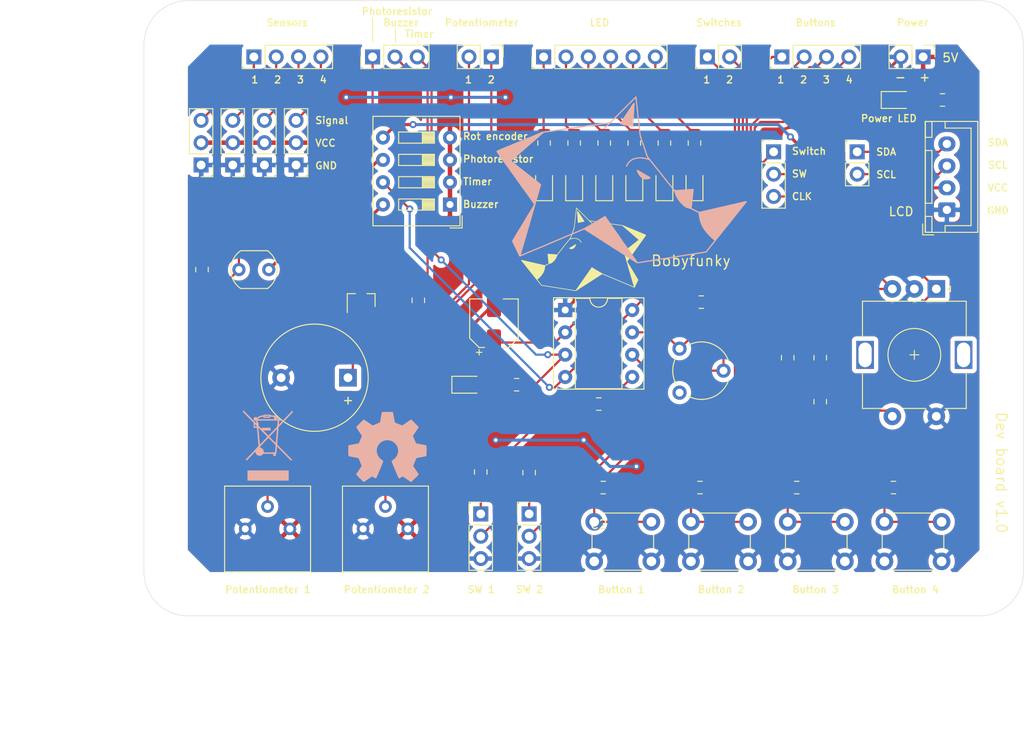
<source format=kicad_pcb>
(kicad_pcb (version 20171130) (host pcbnew "(5.1.6)-1")
  (title_block (title "Dev board") (date 2020-09-14) (rev 1.0) (company Beeware))
  (layers (0 F.Cu signal) (31 B.Cu signal) (34 B.Paste user hide) (35 F.Paste user hide) (36 B.SilkS user) (37 F.SilkS user) (38 B.Mask user) (39 F.Mask user) (44 Edge.Cuts user))
  (net 0 "")
  (net 1 "Net-(BZ1-Pad1)")
  (net 2 GND)
  (net 3 "Net-(C1-Pad1)")
  (net 4 "Net-(D1-Pad2)")
  (net 5 "Net-(D2-Pad2)")
  (net 6 "Net-(D3-Pad2)")
  (net 7 "Net-(D4-Pad2)")
  (net 8 "Net-(D5-Pad2)")
  (net 9 "Net-(D6-Pad2)")
  (net 10 "Net-(D7-Pad2)")
  (net 11 "Net-(D8-Pad2)")
  (net 12 /lcd)
  (net 13 "Net-(J2-Pad3)")
  (net 14 "Net-(J2-Pad4)")
  (net 15 VCC)
  (net 16 "Net-(J4-Pad1)")
  (net 17 "Net-(J4-Pad2)")
  (net 18 "Net-(J6-Pad1)")
  (net 19 "Net-(J6-Pad2)")
  (net 20 "Net-(J11-Pad3)")
  (net 21 "Net-(J10-Pad3)")
  (net 22 "Net-(J7-Pad2)")
  (net 23 "Net-(J7-Pad1)")
  (net 24 "Net-(J13-Pad1)")
  (net 25 "Net-(J13-Pad2)")
  (net 26 "Net-(J13-Pad3)")
  (net 27 "Net-(J13-Pad4)")
  (net 28 "Net-(J15-Pad3)")
  (net 29 "Net-(J15-Pad2)")
  (net 30 "Net-(J15-Pad1)")
  (net 31 "Net-(J16-Pad1)")
  (net 32 "Net-(J16-Pad2)")
  (net 33 "Net-(J16-Pad3)")
  (net 34 "Net-(J16-Pad4)")
  (net 35 "Net-(J16-Pad5)")
  (net 36 "Net-(J16-Pad6)")
  (net 37 "Net-(Q1-Pad2)")
  (net 38 /buzzer)
  (net 39 "Net-(R3-Pad2)")
  (net 40 "Net-(R4-Pad2)")
  (net 41 /light_sensor)
  (net 42 "Net-(R12-Pad1)")
  (net 43 /timer)
  (net 44 "Net-(RV3-Pad1)")
  (net 45 "Net-(C2-Pad1)")
  (net 46 /timer_pin)
  (net 47 /light_sensor_pin)
  (net 48 "Net-(J1-Pad2)")
  (module MountingHole:MountingHole_3mm (layer F.Cu) (at 196 54)
    (fp_text reference REF** hide)
    (fp_text value MountingHole_3mm)
    (pad 1 np_thru_hole circle (at 0 0) (size 3 3) (drill 3) (layers *.Cu *.Mask))
  )
  (module MountingHole:MountingHole_3mm (layer F.Cu) (at 196 116)
    (fp_text reference REF** hide)
    (fp_text value MountingHole_3mm)
    (pad 1 np_thru_hole circle (at 0 0) (size 3 3) (drill 3) (layers *.Cu *.Mask))
  )
  (module MountingHole:MountingHole_3mm (layer F.Cu) (at 104 116)
    (fp_text reference REF** hide)
    (fp_text value MountingHole_3mm)
    (pad 1 np_thru_hole circle (at 0 0) (size 3 3) (drill 3) (layers *.Cu *.Mask))
  )
  (module MountingHole:MountingHole_3mm (layer F.Cu) (at 104 54)
    (fp_text reference REF** hide)
    (fp_text value MountingHole_3mm)
    (pad 1 np_thru_hole circle (at 0 0) (size 3 3) (drill 3) (layers *.Cu *.Mask))
  )
  (module Logo:logo_15mm (layer F.Cu) (at 150 78.3)
    (fp_text reference G*** hide)
    (fp_text value LOGO hide)
  )
  (module Logo:logo_30mm (layer B.Cu) (at 154.3 70.4 180)
    (fp_text reference G*** hide)
    (fp_text value LOGO hide)
  )
  (module Symbol:OSHW-Symbol_8.9x8mm_SilkScreen (layer B.Cu) (at 127.7 100.8 180)
    (fp_text reference REF** hide)
    (fp_text value OSHW-Symbol_8.9x8mm_SilkScreen hide)
  )
  (module Symbol:WEEE-Logo_5.6x8mm_SilkScreen (layer B.Cu) (at 114.1 100.6 180)
    (fp_text reference REF** hide)
    (fp_text value WEEE-Logo_5.6x8mm_SilkScreen hide)
  )
  (module Connector_PinHeader_2.54mm:PinHeader_1x03_P2.54mm_Vertical (layer F.Cu) (at 126 56.4 90)
    (fp_text reference J1 hide)
    (fp_text value Conn_01x03_Male)
    (pad 1 thru_hole rect (at 0 0 90) (size 1.7 1.7) (drill 1) (layers *.Cu *.Mask) (net 47 /light_sensor_pin))
    (pad 2 thru_hole oval (at 0 2.54 90) (size 1.7 1.7) (drill 1) (layers *.Cu *.Mask) (net 48 "Net-(J1-Pad2)"))
    (pad 3 thru_hole oval (at 0 5.08 90) (size 1.7 1.7) (drill 1) (layers *.Cu *.Mask) (net 46 /timer_pin))
  )
  (module Capacitor_SMD:C_0805_2012Metric_Pad1.15x1.40mm_HandSolder (layer F.Cu) (at 151.725 95.9 180)
    (fp_text reference C2 (at 0.025 -13.7) (layer F.SilkS))
    (fp_text value C)
    (pad 2 smd roundrect (at 1.025 0 180) (size 1.15 1.4) (layers F.Cu F.Paste F.Mask) (roundrect_rratio 0.217391) (net 2 GND))
    (pad 1 smd roundrect (at -1.025 0 180) (size 1.15 1.4) (layers F.Cu F.Paste F.Mask) (roundrect_rratio 0.217391) (net 45 "Net-(C2-Pad1)"))
  )
  (module Connector_JST:JST_XH_B4B-XH-A_1x04_P2.50mm_Vertical (layer F.Cu) (at 191.3 73.8 90)
    (fp_text reference J2 hide)
    (fp_text value Conn_01x04_Male)
    (pad 4 thru_hole oval (at 7.5 0 90) (size 1.7 1.95) (drill 0.95) (layers *.Cu *.Mask) (net 14 "Net-(J2-Pad4)"))
    (pad 3 thru_hole oval (at 5 0 90) (size 1.7 1.95) (drill 0.95) (layers *.Cu *.Mask) (net 13 "Net-(J2-Pad3)"))
    (pad 2 thru_hole oval (at 2.5 0 90) (size 1.7 1.95) (drill 0.95) (layers *.Cu *.Mask) (net 12 /lcd))
    (pad 1 thru_hole roundrect (at 0 0 90) (size 1.7 1.95) (drill 0.95) (layers *.Cu *.Mask) (roundrect_rratio 0.147059) (net 2 GND))
  )
  (module Buzzer_Beeper:Buzzer_12x9.5RM7.6 (layer F.Cu) (at 123.2 92.9 180)
    (fp_text reference BZ1 hide)
    (fp_text value Buzzer)
    (fp_text user + (at -0.01 -2.54) (layer F.SilkS))
    (pad 1 thru_hole rect (at 0 0 180) (size 2 2) (drill 1) (layers *.Cu *.Mask) (net 1 "Net-(BZ1-Pad1)"))
    (pad 2 thru_hole circle (at 7.6 0 180) (size 2 2) (drill 1) (layers *.Cu *.Mask) (net 2 GND))
  )
  (module Capacitor_SMD:CP_Elec_5x5.3 (layer F.Cu) (at 139.8 86.7 90)
    (fp_text reference C1 hide)
    (fp_text value CP)
    (pad 1 smd roundrect (at -2.2 0 90) (size 3 1.6) (layers F.Cu F.Paste F.Mask) (roundrect_rratio 0.15625) (net 3 "Net-(C1-Pad1)"))
    (pad 2 smd roundrect (at 2.2 0 90) (size 3 1.6) (layers F.Cu F.Paste F.Mask) (roundrect_rratio 0.15625) (net 2 GND))
  )
  (module LED_SMD:LED_0805_2012Metric_Pad1.15x1.40mm_HandSolder (layer F.Cu) (at 185.7 61.3)
    (fp_text reference D1 hide)
    (fp_text value LED)
    (pad 2 smd roundrect (at 1.025 0) (size 1.15 1.4) (layers F.Cu F.Paste F.Mask) (roundrect_rratio 0.217391) (net 4 "Net-(D1-Pad2)"))
    (pad 1 smd roundrect (at -1.025 0) (size 1.15 1.4) (layers F.Cu F.Paste F.Mask) (roundrect_rratio 0.217391) (net 2 GND))
  )
  (module LED_SMD:LED_0805_2012Metric_Pad1.15x1.40mm_HandSolder (layer F.Cu) (at 136.875 93.7)
    (fp_text reference D2 hide)
    (fp_text value LED)
    (pad 1 smd roundrect (at -1.025 0) (size 1.15 1.4) (layers F.Cu F.Paste F.Mask) (roundrect_rratio 0.217391) (net 2 GND))
    (pad 2 smd roundrect (at 1.025 0) (size 1.15 1.4) (layers F.Cu F.Paste F.Mask) (roundrect_rratio 0.217391) (net 5 "Net-(D2-Pad2)"))
  )
  (module LED_SMD:LED_0805_2012Metric_Pad1.15x1.40mm_HandSolder (layer F.Cu) (at 145.5 70.9 90)
    (fp_text reference D3 hide)
    (fp_text value LED)
    (pad 1 smd roundrect (at -1.025 0 90) (size 1.15 1.4) (layers F.Cu F.Paste F.Mask) (roundrect_rratio 0.217391) (net 2 GND))
    (pad 2 smd roundrect (at 1.025 0 90) (size 1.15 1.4) (layers F.Cu F.Paste F.Mask) (roundrect_rratio 0.217391) (net 6 "Net-(D3-Pad2)"))
  )
  (module LED_SMD:LED_0805_2012Metric_Pad1.15x1.40mm_HandSolder (layer F.Cu) (at 148.92 70.9 90)
    (fp_text reference D4 hide)
    (fp_text value LED)
    (pad 1 smd roundrect (at -1.025 0 90) (size 1.15 1.4) (layers F.Cu F.Paste F.Mask) (roundrect_rratio 0.217391) (net 2 GND))
    (pad 2 smd roundrect (at 1.025 0 90) (size 1.15 1.4) (layers F.Cu F.Paste F.Mask) (roundrect_rratio 0.217391) (net 7 "Net-(D4-Pad2)"))
  )
  (module LED_SMD:LED_0805_2012Metric_Pad1.15x1.40mm_HandSolder (layer F.Cu) (at 152.34 70.9 90)
    (fp_text reference D5 hide)
    (fp_text value LED)
    (pad 2 smd roundrect (at 1.025 0 90) (size 1.15 1.4) (layers F.Cu F.Paste F.Mask) (roundrect_rratio 0.217391) (net 8 "Net-(D5-Pad2)"))
    (pad 1 smd roundrect (at -1.025 0 90) (size 1.15 1.4) (layers F.Cu F.Paste F.Mask) (roundrect_rratio 0.217391) (net 2 GND))
  )
  (module LED_SMD:LED_0805_2012Metric_Pad1.15x1.40mm_HandSolder (layer F.Cu) (at 155.76 70.9 90)
    (fp_text reference D6 hide)
    (fp_text value LED)
    (pad 2 smd roundrect (at 1.025 0 90) (size 1.15 1.4) (layers F.Cu F.Paste F.Mask) (roundrect_rratio 0.217391) (net 9 "Net-(D6-Pad2)"))
    (pad 1 smd roundrect (at -1.025 0 90) (size 1.15 1.4) (layers F.Cu F.Paste F.Mask) (roundrect_rratio 0.217391) (net 2 GND))
  )
  (module LED_SMD:LED_0805_2012Metric_Pad1.15x1.40mm_HandSolder (layer F.Cu) (at 159.18 70.9 90)
    (fp_text reference D7 hide)
    (fp_text value LED)
    (pad 2 smd roundrect (at 1.025 0 90) (size 1.15 1.4) (layers F.Cu F.Paste F.Mask) (roundrect_rratio 0.217391) (net 10 "Net-(D7-Pad2)"))
    (pad 1 smd roundrect (at -1.025 0 90) (size 1.15 1.4) (layers F.Cu F.Paste F.Mask) (roundrect_rratio 0.217391) (net 2 GND))
  )
  (module LED_SMD:LED_0805_2012Metric_Pad1.15x1.40mm_HandSolder (layer F.Cu) (at 162.6 70.9 90)
    (fp_text reference D8 hide)
    (fp_text value LED)
    (pad 1 smd roundrect (at -1.025 0 90) (size 1.15 1.4) (layers F.Cu F.Paste F.Mask) (roundrect_rratio 0.217391) (net 2 GND))
    (pad 2 smd roundrect (at 1.025 0 90) (size 1.15 1.4) (layers F.Cu F.Paste F.Mask) (roundrect_rratio 0.217391) (net 11 "Net-(D8-Pad2)"))
  )
  (module Connector_PinHeader_2.54mm:PinHeader_1x02_P2.54mm_Vertical (layer F.Cu) (at 188.6 56.4 270)
    (fp_text reference J3 hide)
    (fp_text value Conn_01x02_Male)
    (pad 1 thru_hole rect (at 0 0 270) (size 1.7 1.7) (drill 1) (layers *.Cu *.Mask) (net 15 VCC))
    (pad 2 thru_hole oval (at 0 2.54 270) (size 1.7 1.7) (drill 1) (layers *.Cu *.Mask) (net 2 GND))
  )
  (module Connector_PinHeader_2.54mm:PinHeader_1x02_P2.54mm_Vertical (layer F.Cu) (at 139.5 56.4 270)
    (fp_text reference J4 hide)
    (fp_text value Conn_01x02_Male)
    (pad 2 thru_hole oval (at 0 2.54 270) (size 1.7 1.7) (drill 1) (layers *.Cu *.Mask) (net 17 "Net-(J4-Pad2)"))
    (pad 1 thru_hole rect (at 0 0 270) (size 1.7 1.7) (drill 1) (layers *.Cu *.Mask) (net 16 "Net-(J4-Pad1)"))
  )
  (module Connector_PinHeader_2.54mm:PinHeader_1x02_P2.54mm_Vertical (layer F.Cu) (at 181.1 67.2)
    (fp_text reference J5 hide)
    (fp_text value Conn_01x02_Male)
    (pad 2 thru_hole oval (at 0 2.54) (size 1.7 1.7) (drill 1) (layers *.Cu *.Mask) (net 13 "Net-(J2-Pad3)"))
    (pad 1 thru_hole rect (at 0 0) (size 1.7 1.7) (drill 1) (layers *.Cu *.Mask) (net 14 "Net-(J2-Pad4)"))
  )
  (module Connector_PinHeader_2.54mm:PinHeader_1x02_P2.54mm_Vertical (layer F.Cu) (at 164.066664 56.4 90)
    (fp_text reference J6 hide)
    (fp_text value Conn_01x02_Male)
    (pad 2 thru_hole oval (at 0 2.54 90) (size 1.7 1.7) (drill 1) (layers *.Cu *.Mask) (net 19 "Net-(J6-Pad2)"))
    (pad 1 thru_hole rect (at 0 0 90) (size 1.7 1.7) (drill 1) (layers *.Cu *.Mask) (net 18 "Net-(J6-Pad1)"))
  )
  (module Connector_PinHeader_2.54mm:PinHeader_1x04_P2.54mm_Vertical (layer F.Cu) (at 112.5 56.4 90)
    (fp_text reference J7 hide)
    (fp_text value Conn_01x04_Male)
    (pad 1 thru_hole rect (at 0 0 90) (size 1.7 1.7) (drill 1) (layers *.Cu *.Mask) (net 23 "Net-(J7-Pad1)"))
    (pad 2 thru_hole oval (at 0 2.54 90) (size 1.7 1.7) (drill 1) (layers *.Cu *.Mask) (net 22 "Net-(J7-Pad2)"))
    (pad 3 thru_hole oval (at 0 5.08 90) (size 1.7 1.7) (drill 1) (layers *.Cu *.Mask) (net 21 "Net-(J10-Pad3)"))
    (pad 4 thru_hole oval (at 0 7.62 90) (size 1.7 1.7) (drill 1) (layers *.Cu *.Mask) (net 20 "Net-(J11-Pad3)"))
  )
  (module Connector_PinHeader_2.54mm:PinHeader_1x03_P2.54mm_Vertical (layer F.Cu) (at 106.5 68.7 180)
    (fp_text reference J8 hide)
    (fp_text value Conn_01x03_Male)
    (pad 1 thru_hole rect (at 0 0 180) (size 1.7 1.7) (drill 1) (layers *.Cu *.Mask) (net 2 GND))
    (pad 2 thru_hole oval (at 0 2.54 180) (size 1.7 1.7) (drill 1) (layers *.Cu *.Mask) (net 15 VCC))
    (pad 3 thru_hole oval (at 0 5.08 180) (size 1.7 1.7) (drill 1) (layers *.Cu *.Mask) (net 23 "Net-(J7-Pad1)"))
  )
  (module Connector_PinHeader_2.54mm:PinHeader_1x03_P2.54mm_Vertical (layer F.Cu) (at 110.1 68.7 180)
    (fp_text reference J9 hide)
    (fp_text value Conn_01x03_Male)
    (pad 3 thru_hole oval (at 0 5.08 180) (size 1.7 1.7) (drill 1) (layers *.Cu *.Mask) (net 22 "Net-(J7-Pad2)"))
    (pad 2 thru_hole oval (at 0 2.54 180) (size 1.7 1.7) (drill 1) (layers *.Cu *.Mask) (net 15 VCC))
    (pad 1 thru_hole rect (at 0 0 180) (size 1.7 1.7) (drill 1) (layers *.Cu *.Mask) (net 2 GND))
  )
  (module Connector_PinHeader_2.54mm:PinHeader_1x03_P2.54mm_Vertical (layer F.Cu) (at 113.7 68.7 180)
    (fp_text reference J10 hide)
    (fp_text value Conn_01x03_Male)
    (pad 3 thru_hole oval (at 0 5.08 180) (size 1.7 1.7) (drill 1) (layers *.Cu *.Mask) (net 21 "Net-(J10-Pad3)"))
    (pad 2 thru_hole oval (at 0 2.54 180) (size 1.7 1.7) (drill 1) (layers *.Cu *.Mask) (net 15 VCC))
    (pad 1 thru_hole rect (at 0 0 180) (size 1.7 1.7) (drill 1) (layers *.Cu *.Mask) (net 2 GND))
  )
  (module Connector_PinHeader_2.54mm:PinHeader_1x03_P2.54mm_Vertical (layer F.Cu) (at 117.3 68.7 180)
    (fp_text reference J11 hide)
    (fp_text value Conn_01x03_Male)
    (pad 1 thru_hole rect (at 0 0 180) (size 1.7 1.7) (drill 1) (layers *.Cu *.Mask) (net 2 GND))
    (pad 2 thru_hole oval (at 0 2.54 180) (size 1.7 1.7) (drill 1) (layers *.Cu *.Mask) (net 15 VCC))
    (pad 3 thru_hole oval (at 0 5.08 180) (size 1.7 1.7) (drill 1) (layers *.Cu *.Mask) (net 20 "Net-(J11-Pad3)"))
  )
  (module Connector_PinHeader_2.54mm:PinHeader_1x04_P2.54mm_Vertical (layer F.Cu) (at 172.53333 56.4 90)
    (fp_text reference J13 hide)
    (fp_text value Conn_01x04_Male)
    (pad 4 thru_hole oval (at 0 7.62 90) (size 1.7 1.7) (drill 1) (layers *.Cu *.Mask) (net 27 "Net-(J13-Pad4)"))
    (pad 3 thru_hole oval (at 0 5.08 90) (size 1.7 1.7) (drill 1) (layers *.Cu *.Mask) (net 26 "Net-(J13-Pad3)"))
    (pad 2 thru_hole oval (at 0 2.54 90) (size 1.7 1.7) (drill 1) (layers *.Cu *.Mask) (net 25 "Net-(J13-Pad2)"))
    (pad 1 thru_hole rect (at 0 0 90) (size 1.7 1.7) (drill 1) (layers *.Cu *.Mask) (net 24 "Net-(J13-Pad1)"))
  )
  (module Connector_PinHeader_2.54mm:PinHeader_1x03_P2.54mm_Vertical (layer F.Cu) (at 171.6 67.2)
    (fp_text reference J15 hide)
    (fp_text value Conn_01x03_Male)
    (pad 3 thru_hole oval (at 0 5.08) (size 1.7 1.7) (drill 1) (layers *.Cu *.Mask) (net 28 "Net-(J15-Pad3)"))
    (pad 2 thru_hole oval (at 0 2.54) (size 1.7 1.7) (drill 1) (layers *.Cu *.Mask) (net 29 "Net-(J15-Pad2)"))
    (pad 1 thru_hole rect (at 0 0) (size 1.7 1.7) (drill 1) (layers *.Cu *.Mask) (net 30 "Net-(J15-Pad1)"))
  )
  (module Connector_PinHeader_2.54mm:PinHeader_1x06_P2.54mm_Vertical (layer F.Cu) (at 145.449998 56.4 90)
    (fp_text reference J16 hide)
    (fp_text value Conn_01x06_Male)
    (pad 6 thru_hole oval (at 0 12.7 90) (size 1.7 1.7) (drill 1) (layers *.Cu *.Mask) (net 36 "Net-(J16-Pad6)"))
    (pad 5 thru_hole oval (at 0 10.16 90) (size 1.7 1.7) (drill 1) (layers *.Cu *.Mask) (net 35 "Net-(J16-Pad5)"))
    (pad 4 thru_hole oval (at 0 7.62 90) (size 1.7 1.7) (drill 1) (layers *.Cu *.Mask) (net 34 "Net-(J16-Pad4)"))
    (pad 3 thru_hole oval (at 0 5.08 90) (size 1.7 1.7) (drill 1) (layers *.Cu *.Mask) (net 33 "Net-(J16-Pad3)"))
    (pad 2 thru_hole oval (at 0 2.54 90) (size 1.7 1.7) (drill 1) (layers *.Cu *.Mask) (net 32 "Net-(J16-Pad2)"))
    (pad 1 thru_hole rect (at 0 0 90) (size 1.7 1.7) (drill 1) (layers *.Cu *.Mask) (net 31 "Net-(J16-Pad1)"))
  )
  (module Package_TO_SOT_SMD:SOT-23 (layer F.Cu) (at 124.7 84.1 90)
    (fp_text reference Q1 hide)
    (fp_text value 2N2219)
    (pad 1 smd rect (at -1 -0.95 90) (size 0.9 0.8) (layers F.Cu F.Paste F.Mask) (net 1 "Net-(BZ1-Pad1)"))
    (pad 2 smd rect (at -1 0.95 90) (size 0.9 0.8) (layers F.Cu F.Paste F.Mask) (net 37 "Net-(Q1-Pad2)"))
    (pad 3 smd rect (at 1 0 90) (size 0.9 0.8) (layers F.Cu F.Paste F.Mask) (net 38 /buzzer))
  )
  (module Resistor_SMD:R_0805_2012Metric_Pad1.15x1.40mm_HandSolder (layer F.Cu) (at 131.2 84.1 90)
    (fp_text reference R1 hide)
    (fp_text value R)
    (pad 2 smd roundrect (at 1.025 0 90) (size 1.15 1.4) (layers F.Cu F.Paste F.Mask) (roundrect_rratio 0.217391) (net 48 "Net-(J1-Pad2)"))
    (pad 1 smd roundrect (at -1.025 0 90) (size 1.15 1.4) (layers F.Cu F.Paste F.Mask) (roundrect_rratio 0.217391) (net 37 "Net-(Q1-Pad2)"))
  )
  (module Resistor_SMD:R_0805_2012Metric_Pad1.15x1.40mm_HandSolder (layer F.Cu) (at 190.8 61.3)
    (fp_text reference R2 hide)
    (fp_text value R)
    (pad 2 smd roundrect (at 1.025 0) (size 1.15 1.4) (layers F.Cu F.Paste F.Mask) (roundrect_rratio 0.217391) (net 15 VCC))
    (pad 1 smd roundrect (at -1.025 0) (size 1.15 1.4) (layers F.Cu F.Paste F.Mask) (roundrect_rratio 0.217391) (net 4 "Net-(D1-Pad2)"))
  )
  (module Resistor_SMD:R_0805_2012Metric_Pad1.15x1.40mm_HandSolder (layer F.Cu) (at 138.3 103.625 270)
    (fp_text reference R3 hide)
    (fp_text value R)
    (pad 2 smd roundrect (at 1.025 0 270) (size 1.15 1.4) (layers F.Cu F.Paste F.Mask) (roundrect_rratio 0.217391) (net 39 "Net-(R3-Pad2)"))
    (pad 1 smd roundrect (at -1.025 0 270) (size 1.15 1.4) (layers F.Cu F.Paste F.Mask) (roundrect_rratio 0.217391) (net 15 VCC))
  )
  (module Resistor_SMD:R_0805_2012Metric_Pad1.15x1.40mm_HandSolder (layer F.Cu) (at 143.8 103.7 270)
    (fp_text reference R4 hide)
    (fp_text value R)
    (pad 1 smd roundrect (at -1.025 0 270) (size 1.15 1.4) (layers F.Cu F.Paste F.Mask) (roundrect_rratio 0.217391) (net 15 VCC))
    (pad 2 smd roundrect (at 1.025 0 270) (size 1.15 1.4) (layers F.Cu F.Paste F.Mask) (roundrect_rratio 0.217391) (net 40 "Net-(R4-Pad2)"))
  )
  (module OptoDevice:R_LDR_5.1x4.3mm_P3.4mm_Vertical (layer F.Cu) (at 114.2 80.6 180)
    (fp_text reference R5 hide)
    (fp_text value A1050)
    (pad 1 thru_hole circle (at 0 0 180) (size 1.5 1.5) (drill 0.8) (layers *.Cu *.Mask) (net 41 /light_sensor))
    (pad 2 thru_hole circle (at 3.4 0 180) (size 1.5 1.5) (drill 0.8) (layers *.Cu *.Mask) (net 47 /light_sensor_pin))
  )
  (module Resistor_SMD:R_0805_2012Metric_Pad1.15x1.40mm_HandSolder (layer F.Cu) (at 106.6 80.6 270)
    (fp_text reference R6 hide)
    (fp_text value R)
    (pad 1 smd roundrect (at -1.025 0 270) (size 1.15 1.4) (layers F.Cu F.Paste F.Mask) (roundrect_rratio 0.217391) (net 2 GND))
    (pad 2 smd roundrect (at 1.025 0 270) (size 1.15 1.4) (layers F.Cu F.Paste F.Mask) (roundrect_rratio 0.217391) (net 47 /light_sensor_pin))
  )
  (module Resistor_SMD:R_0805_2012Metric_Pad1.15x1.40mm_HandSolder (layer F.Cu) (at 185.225 105.4 180)
    (fp_text reference R7 hide)
    (fp_text value R)
    (pad 1 smd roundrect (at -1.025 0 180) (size 1.15 1.4) (layers F.Cu F.Paste F.Mask) (roundrect_rratio 0.217391) (net 15 VCC))
    (pad 2 smd roundrect (at 1.025 0 180) (size 1.15 1.4) (layers F.Cu F.Paste F.Mask) (roundrect_rratio 0.217391) (net 27 "Net-(J13-Pad4)"))
  )
  (module Resistor_SMD:R_0805_2012Metric_Pad1.15x1.40mm_HandSolder (layer F.Cu) (at 174.225 105.4 180)
    (fp_text reference R8 hide)
    (fp_text value R)
    (pad 2 smd roundrect (at 1.025 0 180) (size 1.15 1.4) (layers F.Cu F.Paste F.Mask) (roundrect_rratio 0.217391) (net 26 "Net-(J13-Pad3)"))
    (pad 1 smd roundrect (at -1.025 0 180) (size 1.15 1.4) (layers F.Cu F.Paste F.Mask) (roundrect_rratio 0.217391) (net 15 VCC))
  )
  (module Resistor_SMD:R_0805_2012Metric_Pad1.15x1.40mm_HandSolder (layer F.Cu) (at 163.225 105.4 180)
    (fp_text reference R9 hide)
    (fp_text value R)
    (pad 2 smd roundrect (at 1.025 0 180) (size 1.15 1.4) (layers F.Cu F.Paste F.Mask) (roundrect_rratio 0.217391) (net 25 "Net-(J13-Pad2)"))
    (pad 1 smd roundrect (at -1.025 0 180) (size 1.15 1.4) (layers F.Cu F.Paste F.Mask) (roundrect_rratio 0.217391) (net 15 VCC))
  )
  (module Resistor_SMD:R_0805_2012Metric_Pad1.15x1.40mm_HandSolder (layer F.Cu) (at 152.225 105.4 180)
    (fp_text reference R10 hide)
    (fp_text value R)
    (pad 2 smd roundrect (at 1.025 0 180) (size 1.15 1.4) (layers F.Cu F.Paste F.Mask) (roundrect_rratio 0.217391) (net 24 "Net-(J13-Pad1)"))
    (pad 1 smd roundrect (at -1.025 0 180) (size 1.15 1.4) (layers F.Cu F.Paste F.Mask) (roundrect_rratio 0.217391) (net 15 VCC))
  )
  (module Resistor_SMD:R_0805_2012Metric_Pad1.15x1.40mm_HandSolder (layer F.Cu) (at 142.375 93.7)
    (fp_text reference R11 hide)
    (fp_text value R)
    (pad 2 smd roundrect (at 1.025 0) (size 1.15 1.4) (layers F.Cu F.Paste F.Mask) (roundrect_rratio 0.217391) (net 46 /timer_pin))
    (pad 1 smd roundrect (at -1.025 0) (size 1.15 1.4) (layers F.Cu F.Paste F.Mask) (roundrect_rratio 0.217391) (net 5 "Net-(D2-Pad2)"))
  )
  (module Resistor_SMD:R_0805_2012Metric_Pad1.15x1.40mm_HandSolder (layer F.Cu) (at 163.375 84.3 180)
    (fp_text reference R12 hide)
    (fp_text value R)
    (pad 1 smd roundrect (at -1.025 0 180) (size 1.15 1.4) (layers F.Cu F.Paste F.Mask) (roundrect_rratio 0.217391) (net 42 "Net-(R12-Pad1)"))
    (pad 2 smd roundrect (at 1.025 0 180) (size 1.15 1.4) (layers F.Cu F.Paste F.Mask) (roundrect_rratio 0.217391) (net 43 /timer))
  )
  (module Resistor_SMD:R_0805_2012Metric_Pad1.15x1.40mm_HandSolder (layer F.Cu) (at 176.9 95.625 270)
    (fp_text reference R13 hide)
    (fp_text value R)
    (pad 1 smd roundrect (at -1.025 0 270) (size 1.15 1.4) (layers F.Cu F.Paste F.Mask) (roundrect_rratio 0.217391) (net 15 VCC))
    (pad 2 smd roundrect (at 1.025 0 270) (size 1.15 1.4) (layers F.Cu F.Paste F.Mask) (roundrect_rratio 0.217391) (net 30 "Net-(J15-Pad1)"))
  )
  (module Resistor_SMD:R_0805_2012Metric_Pad1.15x1.40mm_HandSolder (layer F.Cu) (at 145.5 66.2 270)
    (fp_text reference R14 hide)
    (fp_text value R)
    (pad 2 smd roundrect (at 1.025 0 270) (size 1.15 1.4) (layers F.Cu F.Paste F.Mask) (roundrect_rratio 0.217391) (net 6 "Net-(D3-Pad2)"))
    (pad 1 smd roundrect (at -1.025 0 270) (size 1.15 1.4) (layers F.Cu F.Paste F.Mask) (roundrect_rratio 0.217391) (net 31 "Net-(J16-Pad1)"))
  )
  (module Resistor_SMD:R_0805_2012Metric_Pad1.15x1.40mm_HandSolder (layer F.Cu) (at 148.92 66.2 270)
    (fp_text reference R15 hide)
    (fp_text value R)
    (pad 1 smd roundrect (at -1.025 0 270) (size 1.15 1.4) (layers F.Cu F.Paste F.Mask) (roundrect_rratio 0.217391) (net 32 "Net-(J16-Pad2)"))
    (pad 2 smd roundrect (at 1.025 0 270) (size 1.15 1.4) (layers F.Cu F.Paste F.Mask) (roundrect_rratio 0.217391) (net 7 "Net-(D4-Pad2)"))
  )
  (module Resistor_SMD:R_0805_2012Metric_Pad1.15x1.40mm_HandSolder (layer F.Cu) (at 152.34 66.2 270)
    (fp_text reference R16 hide)
    (fp_text value R)
    (pad 1 smd roundrect (at -1.025 0 270) (size 1.15 1.4) (layers F.Cu F.Paste F.Mask) (roundrect_rratio 0.217391) (net 33 "Net-(J16-Pad3)"))
    (pad 2 smd roundrect (at 1.025 0 270) (size 1.15 1.4) (layers F.Cu F.Paste F.Mask) (roundrect_rratio 0.217391) (net 8 "Net-(D5-Pad2)"))
  )
  (module Resistor_SMD:R_0805_2012Metric_Pad1.15x1.40mm_HandSolder (layer F.Cu) (at 155.76 66.2 270)
    (fp_text reference R17 hide)
    (fp_text value R)
    (pad 1 smd roundrect (at -1.025 0 270) (size 1.15 1.4) (layers F.Cu F.Paste F.Mask) (roundrect_rratio 0.217391) (net 34 "Net-(J16-Pad4)"))
    (pad 2 smd roundrect (at 1.025 0 270) (size 1.15 1.4) (layers F.Cu F.Paste F.Mask) (roundrect_rratio 0.217391) (net 9 "Net-(D6-Pad2)"))
  )
  (module Resistor_SMD:R_0805_2012Metric_Pad1.15x1.40mm_HandSolder (layer F.Cu) (at 159.18 66.2 270)
    (fp_text reference R18 hide)
    (fp_text value R)
    (pad 2 smd roundrect (at 1.025 0 270) (size 1.15 1.4) (layers F.Cu F.Paste F.Mask) (roundrect_rratio 0.217391) (net 10 "Net-(D7-Pad2)"))
    (pad 1 smd roundrect (at -1.025 0 270) (size 1.15 1.4) (layers F.Cu F.Paste F.Mask) (roundrect_rratio 0.217391) (net 35 "Net-(J16-Pad5)"))
  )
  (module Resistor_SMD:R_0805_2012Metric_Pad1.15x1.40mm_HandSolder (layer F.Cu) (at 162.6 66.2 270)
    (fp_text reference R19 hide)
    (fp_text value R)
    (pad 2 smd roundrect (at 1.025 0 270) (size 1.15 1.4) (layers F.Cu F.Paste F.Mask) (roundrect_rratio 0.217391) (net 11 "Net-(D8-Pad2)"))
    (pad 1 smd roundrect (at -1.025 0 270) (size 1.15 1.4) (layers F.Cu F.Paste F.Mask) (roundrect_rratio 0.217391) (net 36 "Net-(J16-Pad6)"))
  )
  (module Resistor_SMD:R_0805_2012Metric_Pad1.15x1.40mm_HandSolder (layer F.Cu) (at 176.9 90.625 90)
    (fp_text reference R20 hide)
    (fp_text value R)
    (pad 1 smd roundrect (at -1.025 0 90) (size 1.15 1.4) (layers F.Cu F.Paste F.Mask) (roundrect_rratio 0.217391) (net 15 VCC))
    (pad 2 smd roundrect (at 1.025 0 90) (size 1.15 1.4) (layers F.Cu F.Paste F.Mask) (roundrect_rratio 0.217391) (net 29 "Net-(J15-Pad2)"))
  )
  (module Resistor_SMD:R_0805_2012Metric_Pad1.15x1.40mm_HandSolder (layer F.Cu) (at 173.2 90.625 90)
    (fp_text reference R21 hide)
    (fp_text value R)
    (pad 2 smd roundrect (at 1.025 0 90) (size 1.15 1.4) (layers F.Cu F.Paste F.Mask) (roundrect_rratio 0.217391) (net 28 "Net-(J15-Pad3)"))
    (pad 1 smd roundrect (at -1.025 0 90) (size 1.15 1.4) (layers F.Cu F.Paste F.Mask) (roundrect_rratio 0.217391) (net 15 VCC))
  )
  (module Potentiometer_THT:Potentiometer_Bourns_3386P_Vertical (layer F.Cu) (at 116.6 110.1 90)
    (fp_text reference RV1 hide)
    (fp_text value R_POT)
    (pad 1 thru_hole circle (at 0 0 90) (size 1.44 1.44) (drill 0.8) (layers *.Cu *.Mask) (net 15 VCC))
    (pad 2 thru_hole circle (at 2.54 -2.54 90) (size 1.44 1.44) (drill 0.8) (layers *.Cu *.Mask) (net 17 "Net-(J4-Pad2)"))
    (pad 3 thru_hole circle (at 0 -5.08 90) (size 1.44 1.44) (drill 0.8) (layers *.Cu *.Mask) (net 2 GND))
  )
  (module Potentiometer_THT:Potentiometer_Bourns_3386P_Vertical (layer F.Cu) (at 130 110.1 90)
    (fp_text reference RV2 hide)
    (fp_text value R_POT)
    (pad 1 thru_hole circle (at 0 0 90) (size 1.44 1.44) (drill 0.8) (layers *.Cu *.Mask) (net 15 VCC))
    (pad 2 thru_hole circle (at 2.54 -2.54 90) (size 1.44 1.44) (drill 0.8) (layers *.Cu *.Mask) (net 16 "Net-(J4-Pad1)"))
    (pad 3 thru_hole circle (at 0 -5.08 90) (size 1.44 1.44) (drill 0.8) (layers *.Cu *.Mask) (net 2 GND))
  )
  (module Potentiometer_THT:Potentiometer_Piher_PT-6-V_Vertical (layer F.Cu) (at 160.9 94.6)
    (fp_text reference RV3 hide)
    (fp_text value R_POT)
    (pad 3 thru_hole circle (at 0 -5) (size 1.62 1.62) (drill 0.9) (layers *.Cu *.Mask) (net 42 "Net-(R12-Pad1)"))
    (pad 2 thru_hole circle (at 5 -2.5) (size 1.62 1.62) (drill 0.9) (layers *.Cu *.Mask) (net 3 "Net-(C1-Pad1)"))
    (pad 1 thru_hole circle (at 0 0) (size 1.62 1.62) (drill 0.9) (layers *.Cu *.Mask) (net 44 "Net-(RV3-Pad1)"))
  )
  (module Button_Switch_THT:SW_DIP_SPSTx04_Slide_9.78x12.34mm_W7.62mm_P2.54mm (layer F.Cu) (at 134.8 73.2 180)
    (fp_text reference SW1 hide)
    (fp_text value SW_DIP_x04)
    (pad 1 thru_hole rect (at 0 0 180) (size 1.6 1.6) (drill 0.8) (layers *.Cu *.Mask) (net 15 VCC))
    (pad 5 thru_hole oval (at 7.62 7.62 180) (size 1.6 1.6) (drill 0.8) (layers *.Cu *.Mask) (net 12 /lcd))
    (pad 2 thru_hole oval (at 0 2.54 180) (size 1.6 1.6) (drill 0.8) (layers *.Cu *.Mask) (net 15 VCC))
    (pad 6 thru_hole oval (at 7.62 5.08 180) (size 1.6 1.6) (drill 0.8) (layers *.Cu *.Mask) (net 41 /light_sensor))
    (pad 3 thru_hole oval (at 0 5.08 180) (size 1.6 1.6) (drill 0.8) (layers *.Cu *.Mask) (net 15 VCC))
    (pad 7 thru_hole oval (at 7.62 2.54 180) (size 1.6 1.6) (drill 0.8) (layers *.Cu *.Mask) (net 43 /timer))
    (pad 4 thru_hole oval (at 0 7.62 180) (size 1.6 1.6) (drill 0.8) (layers *.Cu *.Mask) (net 15 VCC))
    (pad 8 thru_hole oval (at 7.62 0 180) (size 1.6 1.6) (drill 0.8) (layers *.Cu *.Mask) (net 38 /buzzer))
  )
  (module Connector_PinHeader_2.54mm:PinHeader_1x03_P2.54mm_Vertical (layer F.Cu) (at 143.8 108.4)
    (fp_text reference SW2 hide)
    (fp_text value SW_SPDT)
    (pad 3 thru_hole oval (at 0 5.08) (size 1.7 1.7) (drill 1) (layers *.Cu *.Mask) (net 2 GND))
    (pad 2 thru_hole oval (at 0 2.54) (size 1.7 1.7) (drill 1) (layers *.Cu *.Mask) (net 19 "Net-(J6-Pad2)"))
    (pad 1 thru_hole rect (at 0 0) (size 1.7 1.7) (drill 1) (layers *.Cu *.Mask) (net 40 "Net-(R4-Pad2)"))
  )
  (module Connector_PinHeader_2.54mm:PinHeader_1x03_P2.54mm_Vertical (layer F.Cu) (at 138.3 108.4)
    (fp_text reference SW3 hide)
    (fp_text value SW_SPDT)
    (pad 3 thru_hole oval (at 0 5.08) (size 1.7 1.7) (drill 1) (layers *.Cu *.Mask) (net 2 GND))
    (pad 2 thru_hole oval (at 0 2.54) (size 1.7 1.7) (drill 1) (layers *.Cu *.Mask) (net 18 "Net-(J6-Pad1)"))
    (pad 1 thru_hole rect (at 0 0) (size 1.7 1.7) (drill 1) (layers *.Cu *.Mask) (net 39 "Net-(R3-Pad2)"))
  )
  (module Button_Switch_THT:SW_PUSH_6mm_H5mm (layer F.Cu) (at 151.2 109.3)
    (fp_text reference SW4 hide)
    (fp_text value SW_Push)
    (pad 2 thru_hole circle (at 0 4.5 90) (size 2 2) (drill 1.1) (layers *.Cu *.Mask) (net 2 GND))
    (pad 1 thru_hole circle (at 0 0 90) (size 2 2) (drill 1.1) (layers *.Cu *.Mask) (net 24 "Net-(J13-Pad1)"))
    (pad 2 thru_hole circle (at 6.5 4.5 90) (size 2 2) (drill 1.1) (layers *.Cu *.Mask) (net 2 GND))
    (pad 1 thru_hole circle (at 6.5 0 90) (size 2 2) (drill 1.1) (layers *.Cu *.Mask) (net 24 "Net-(J13-Pad1)"))
  )
  (module Button_Switch_THT:SW_PUSH_6mm_H5mm (layer F.Cu) (at 162.2 109.3)
    (fp_text reference SW5 hide)
    (fp_text value SW_Push)
    (pad 1 thru_hole circle (at 6.5 0 90) (size 2 2) (drill 1.1) (layers *.Cu *.Mask) (net 25 "Net-(J13-Pad2)"))
    (pad 2 thru_hole circle (at 6.5 4.5 90) (size 2 2) (drill 1.1) (layers *.Cu *.Mask) (net 2 GND))
    (pad 1 thru_hole circle (at 0 0 90) (size 2 2) (drill 1.1) (layers *.Cu *.Mask) (net 25 "Net-(J13-Pad2)"))
    (pad 2 thru_hole circle (at 0 4.5 90) (size 2 2) (drill 1.1) (layers *.Cu *.Mask) (net 2 GND))
  )
  (module Button_Switch_THT:SW_PUSH_6mm_H5mm (layer F.Cu) (at 173.2 109.3)
    (fp_text reference SW6 hide)
    (fp_text value SW_Push)
    (pad 1 thru_hole circle (at 6.5 0 90) (size 2 2) (drill 1.1) (layers *.Cu *.Mask) (net 26 "Net-(J13-Pad3)"))
    (pad 2 thru_hole circle (at 6.5 4.5 90) (size 2 2) (drill 1.1) (layers *.Cu *.Mask) (net 2 GND))
    (pad 1 thru_hole circle (at 0 0 90) (size 2 2) (drill 1.1) (layers *.Cu *.Mask) (net 26 "Net-(J13-Pad3)"))
    (pad 2 thru_hole circle (at 0 4.5 90) (size 2 2) (drill 1.1) (layers *.Cu *.Mask) (net 2 GND))
  )
  (module Button_Switch_THT:SW_PUSH_6mm_H5mm (layer F.Cu) (at 184.2 109.3)
    (fp_text reference SW7 hide)
    (fp_text value SW_Push)
    (pad 2 thru_hole circle (at 0 4.5 90) (size 2 2) (drill 1.1) (layers *.Cu *.Mask) (net 2 GND))
    (pad 1 thru_hole circle (at 0 0 90) (size 2 2) (drill 1.1) (layers *.Cu *.Mask) (net 27 "Net-(J13-Pad4)"))
    (pad 2 thru_hole circle (at 6.5 4.5 90) (size 2 2) (drill 1.1) (layers *.Cu *.Mask) (net 2 GND))
    (pad 1 thru_hole circle (at 6.5 0 90) (size 2 2) (drill 1.1) (layers *.Cu *.Mask) (net 27 "Net-(J13-Pad4)"))
  )
  (module Rotary_Encoder:RotaryEncoder_Alps_EC11E-Switch_Vertical_H20mm (layer F.Cu) (at 190.1 82.8 270)
    (fp_text reference SW8 hide)
    (fp_text value Rotary_Encoder_Switch)
    (pad S1 thru_hole circle (at 14.5 5 270) (size 2 2) (drill 1) (layers *.Cu *.Mask) (net 30 "Net-(J15-Pad1)"))
    (pad S2 thru_hole circle (at 14.5 0 270) (size 2 2) (drill 1) (layers *.Cu *.Mask) (net 2 GND))
    (pad MP thru_hole rect (at 7.5 8.1 270) (size 3.2 2) (drill oval 2.8 1.5) (layers *.Cu *.Mask))
    (pad MP thru_hole rect (at 7.5 -3.1 270) (size 3.2 2) (drill oval 2.8 1.5) (layers *.Cu *.Mask))
    (pad B thru_hole circle (at 0 5 270) (size 2 2) (drill 1) (layers *.Cu *.Mask) (net 28 "Net-(J15-Pad3)"))
    (pad C thru_hole circle (at 0 2.5 270) (size 2 2) (drill 1) (layers *.Cu *.Mask) (net 2 GND))
    (pad A thru_hole rect (at 0 0 270) (size 2 2) (drill 1) (layers *.Cu *.Mask) (net 29 "Net-(J15-Pad2)"))
  )
  (module Package_DIP:DIP-8_W7.62mm_Socket (layer F.Cu) (at 147.9 85.2)
    (fp_text reference U1 hide)
    (fp_text value NE555P)
    (pad 1 thru_hole rect (at 0 0) (size 1.6 1.6) (drill 0.8) (layers *.Cu *.Mask) (net 2 GND))
    (pad 5 thru_hole oval (at 7.62 7.62) (size 1.6 1.6) (drill 0.8) (layers *.Cu *.Mask) (net 45 "Net-(C2-Pad1)"))
    (pad 2 thru_hole oval (at 0 2.54) (size 1.6 1.6) (drill 0.8) (layers *.Cu *.Mask) (net 3 "Net-(C1-Pad1)"))
    (pad 6 thru_hole oval (at 7.62 5.08) (size 1.6 1.6) (drill 0.8) (layers *.Cu *.Mask) (net 3 "Net-(C1-Pad1)"))
    (pad 3 thru_hole oval (at 0 5.08) (size 1.6 1.6) (drill 0.8) (layers *.Cu *.Mask) (net 46 /timer_pin))
    (pad 7 thru_hole oval (at 7.62 2.54) (size 1.6 1.6) (drill 0.8) (layers *.Cu *.Mask) (net 42 "Net-(R12-Pad1)"))
    (pad 4 thru_hole oval (at 0 7.62) (size 1.6 1.6) (drill 0.8) (layers *.Cu *.Mask) (net 43 /timer))
    (pad 8 thru_hole oval (at 7.62 0) (size 1.6 1.6) (drill 0.8) (layers *.Cu *.Mask) (net 43 /timer))
  )
  (gr_text 5V (at 191.7 56.5) (layer F.SilkS) (effects (font (size 1 1))))
  (gr_text "-  +" (at 187.4 58.7) (layer F.SilkS) (effects (font (size 1 1))))
  (gr_line (start 131.1 54.6) (end 131.1 54.7) (layer F.SilkS) (width 0.12))
  (gr_line (start 128.6 54.7) (end 128.6 53.3) (layer F.SilkS) (width 0.12))
  (gr_line (start 126 52) (end 126 54.7) (layer F.SilkS) (width 0.12))
  (gr_text "Switch\n\nSW\n\nCLK" (at 173.6 69.7) (layer F.SilkS) (effects (font (size 0.8 0.8)) (justify left)))
  (gr_text Bobyfunky (at 162.2 79.6) (layer F.SilkS) (effects (font (size 1.2 1.2))))
  (gr_text "Dev board v1.0" (at 197.5 103.7 270) (layer F.SilkS) (effects (font (size 1.2 1.2))))
  (gr_text "1   2   3   4" (at 116.5 59) (layer F.SilkS) (effects (font (size 0.8 0.8))))
  (gr_text "1   2   3   4" (at 176.3 59) (layer F.SilkS) (effects (font (size 0.8 0.8))))
  (gr_text "1   2" (at 138.2 59) (layer F.SilkS) (effects (font (size 0.8 0.8))))
  (gr_text "1   2" (at 165.3 59) (layer F.SilkS) (effects (font (size 0.8 0.8))))
  (gr_text "Signal\n\nVCC\n\nGND" (at 119.4 66.2) (layer F.SilkS) (effects (font (size 0.8 0.8)) (justify left)))
  (gr_text Potentiometer (at 138.4 52.5) (layer F.SilkS) (effects (font (size 0.8 0.8))))
  (gr_text "Rot encoder\n\nPhotoresistor\n\nTimer\n\nBuzzer" (at 136.2 69.3) (layer F.SilkS) (effects (font (size 0.8 0.8)) (justify left)))
  (gr_text "Potentiometer 1" (at 114.1 117) (layer F.SilkS) (effects (font (size 0.8 0.8))))
  (gr_text "Potentiometer 2" (at 127.6 117) (layer F.SilkS) (effects (font (size 0.8 0.8))))
  (gr_text "SW 1    SW 2" (at 141.1 117) (layer F.SilkS) (effects (font (size 0.8 0.8))))
  (gr_text "Button 1          Button 2         Button 3          Button 4" (at 171 117) (layer F.SilkS) (effects (font (size 0.8 0.8))))
  (gr_text "SDA\n\nSCL" (at 184.4 68.5) (layer F.SilkS) (effects (font (size 0.8 0.8))))
  (gr_text "SDA\n\nSCL\n\nVCC\n\nGND" (at 197.1 70) (layer F.SilkS) (effects (font (size 0.8 0.8))))
  (gr_text LCD (at 186.1 74) (layer F.SilkS) (effects (font (size 1 1))))
  (gr_text "Power LED" (at 184.7 63.4) (layer F.SilkS) (effects (font (size 0.8 0.8))))
  (gr_text Power (at 187.4 52.5) (layer F.SilkS) (effects (font (size 0.8 0.8))))
  (gr_text Buttons (at 176.4 52.5) (layer F.SilkS) (effects (font (size 0.8 0.8))))
  (gr_text Switches (at 165.4 52.5) (layer F.SilkS) (effects (font (size 0.8 0.8))))
  (gr_text LED (at 151.8 52.5) (layer F.SilkS) (effects (font (size 0.8 0.8))))
  (gr_text "Photoresistor\n    Buzzer\n        Timer" (at 124.7 52.5) (layer F.SilkS) (effects (font (size 0.8 0.8)) (justify left)))
  (gr_text Sensors (at 116.3 52.5) (layer F.SilkS) (effects (font (size 0.8 0.8))))
  (gr_arc (start 195 115) (end 195 120) (angle -90) (layer Edge.Cuts) (width 0.05))
  (gr_arc (start 105 115) (end 100 115) (angle -90) (layer Edge.Cuts) (width 0.05))
  (gr_arc (start 105 55) (end 105 50) (angle -90) (layer Edge.Cuts) (width 0.05))
  (gr_arc (start 195 55) (end 200 55) (angle -90) (layer Edge.Cuts) (width 0.05))
  (gr_line (start 100 115) (end 100 55) (layer Edge.Cuts) (width 0.05))
  (gr_line (start 195 120) (end 105 120) (layer Edge.Cuts) (width 0.05))
  (gr_line (start 200 55) (end 200 115) (layer Edge.Cuts) (width 0.05))
  (gr_line (start 105 50) (end 195 50) (layer Edge.Cuts) (width 0.05))
  (segment (start 123.75 92.35) (end 123.2 92.9) (width 0.25) (layer F.Cu) (net 1))
  (segment (start 123.75 85.1) (end 123.75 92.35) (width 0.25) (layer F.Cu) (net 1))
  (segment (start 184.675 57.785) (end 186.06 56.4) (width 0.35) (layer F.Cu) (net 2))
  (segment (start 184.675 61.3) (end 184.675 57.785) (width 0.35) (layer F.Cu) (net 2))
  (segment (start 145.5 71.925) (end 148.92 71.925) (width 0.35) (layer F.Cu) (net 2))
  (segment (start 152.34 71.925) (end 148.92 71.925) (width 0.35) (layer F.Cu) (net 2))
  (segment (start 155.76 71.925) (end 152.34 71.925) (width 0.35) (layer F.Cu) (net 2))
  (segment (start 159.18 71.925) (end 155.76 71.925) (width 0.35) (layer F.Cu) (net 2))
  (segment (start 162.6 71.925) (end 159.18 71.925) (width 0.35) (layer F.Cu) (net 2))
  (segment (start 140.5 85.2) (end 139.8 84.5) (width 0.35) (layer F.Cu) (net 2))
  (segment (start 147.9 85.2) (end 140.5 85.2) (width 0.35) (layer F.Cu) (net 2))
  (segment (start 135.85 88.45) (end 135.85 93.7) (width 0.35) (layer F.Cu) (net 2))
  (segment (start 139.8 84.5) (end 135.85 88.45) (width 0.35) (layer F.Cu) (net 2))
  (segment (start 138.05 95.9) (end 150.7 95.9) (width 0.35) (layer F.Cu) (net 2))
  (segment (start 135.85 93.7) (end 138.05 95.9) (width 0.35) (layer F.Cu) (net 2))
  (segment (start 148.92 84.18) (end 147.9 85.2) (width 0.35) (layer F.Cu) (net 2))
  (segment (start 148.92 71.925) (end 148.92 84.18) (width 0.35) (layer F.Cu) (net 2))
  (segment (start 106.6 68.8) (end 106.5 68.7) (width 0.35) (layer F.Cu) (net 2))
  (segment (start 106.6 79.575) (end 106.6 68.8) (width 0.35) (layer F.Cu) (net 2))
  (segment (start 157.34 92.1) (end 165.9 92.1) (width 0.25) (layer F.Cu) (net 3))
  (segment (start 155.52 90.28) (end 157.34 92.1) (width 0.25) (layer F.Cu) (net 3))
  (segment (start 146.74 88.9) (end 147.9 87.74) (width 0.25) (layer F.Cu) (net 3))
  (segment (start 139.8 88.9) (end 146.74 88.9) (width 0.25) (layer F.Cu) (net 3))
  (segment (start 165.9 83.9) (end 165.9 92.1) (width 0.25) (layer F.Cu) (net 3))
  (segment (start 165 83) (end 165.9 83.9) (width 0.25) (layer F.Cu) (net 3))
  (segment (start 147.9 87.74) (end 152.64 83) (width 0.25) (layer F.Cu) (net 3))
  (segment (start 152.64 83) (end 165 83) (width 0.25) (layer F.Cu) (net 3))
  (segment (start 189.775 61.3) (end 186.725 61.3) (width 0.25) (layer F.Cu) (net 4))
  (segment (start 137.9 93.7) (end 141.35 93.7) (width 0.25) (layer F.Cu) (net 5))
  (segment (start 145.5 67.225) (end 145.5 69.875) (width 0.25) (layer F.Cu) (net 6))
  (segment (start 148.92 67.225) (end 148.92 69.875) (width 0.25) (layer F.Cu) (net 7))
  (segment (start 152.34 69.875) (end 152.34 67.225) (width 0.25) (layer F.Cu) (net 8))
  (segment (start 155.76 67.225) (end 155.76 69.875) (width 0.25) (layer F.Cu) (net 9))
  (segment (start 159.18 69.875) (end 159.18 67.225) (width 0.25) (layer F.Cu) (net 10))
  (segment (start 162.6 69.875) (end 162.6 67.225) (width 0.25) (layer F.Cu) (net 11))
  (segment (start 179.30712 71.3) (end 173.50712 65.5) (width 0.35) (layer F.Cu) (net 12))
  (segment (start 191.3 71.3) (end 179.30712 71.3) (width 0.35) (layer F.Cu) (net 12))
  (segment (start 173.50712 65.5) (end 173.50712 65.5) (width 0.35) (layer F.Cu) (net 12))
  (via (at 173.50712 65.5) (size 0.8) (drill 0.4) (layers F.Cu B.Cu) (net 12))
  (segment (start 173.50712 65.5) (end 172.10712 64.1) (width 0.35) (layer B.Cu) (net 12))
  (segment (start 172.10712 64.1) (end 130.6 64.1) (width 0.35) (layer B.Cu) (net 12))
  (segment (start 130.6 64.1) (end 130.6 64.1) (width 0.35) (layer B.Cu) (net 12))
  (via (at 130.6 64.1) (size 0.8) (drill 0.4) (layers F.Cu B.Cu) (net 12))
  (segment (start 128.66 64.1) (end 127.18 65.58) (width 0.35) (layer F.Cu) (net 12))
  (segment (start 130.6 64.1) (end 128.66 64.1) (width 0.35) (layer F.Cu) (net 12))
  (segment (start 190.36 69.74) (end 191.3 68.8) (width 0.25) (layer F.Cu) (net 13))
  (segment (start 181.1 69.74) (end 190.36 69.74) (width 0.25) (layer F.Cu) (net 13))
  (segment (start 190.4 67.2) (end 191.3 66.3) (width 0.25) (layer F.Cu) (net 14))
  (segment (start 181.1 67.2) (end 190.4 67.2) (width 0.25) (layer F.Cu) (net 14))
  (via (at 134.9 61) (size 0.8) (drill 0.4) (layers F.Cu B.Cu) (net 15))
  (via (at 141.1 61) (size 0.8) (drill 0.4) (layers F.Cu B.Cu) (net 15))
  (segment (start 134.9 61) (end 141.1 61) (width 0.35) (layer B.Cu) (net 15))
  (via (at 150 100) (size 0.8) (drill 0.4) (layers F.Cu B.Cu) (net 15))
  (via (at 156 103) (size 0.8) (drill 0.4) (layers F.Cu B.Cu) (net 15))
  (segment (start 153 103) (end 150 100) (width 0.35) (layer B.Cu) (net 15))
  (segment (start 156 103) (end 153 103) (width 0.35) (layer B.Cu) (net 15))
  (via (at 140 100) (size 0.8) (drill 0.4) (layers F.Cu B.Cu) (net 15))
  (segment (start 140 100) (end 150 100) (width 0.35) (layer B.Cu) (net 15))
  (via (at 123 61) (size 0.8) (drill 0.4) (layers F.Cu B.Cu) (net 15))
  (segment (start 123 61) (end 134.9 61) (width 0.35) (layer B.Cu) (net 15))
  (segment (start 139.5 80.33641) (end 139.5 56.4) (width 0.25) (layer F.Cu) (net 16))
  (segment (start 127.46 92.37641) (end 139.5 80.33641) (width 0.25) (layer F.Cu) (net 16))
  (segment (start 127.46 107.56) (end 127.46 92.37641) (width 0.25) (layer F.Cu) (net 16))
  (segment (start 114.06 107.56) (end 114.06 105.14) (width 0.25) (layer F.Cu) (net 17))
  (segment (start 136.96 82.24) (end 136.96 56.4) (width 0.25) (layer F.Cu) (net 17))
  (segment (start 114.06 105.14) (end 136.96 82.24) (width 0.25) (layer F.Cu) (net 17))
  (segment (start 138.3 110.94) (end 141.6 107.64) (width 0.25) (layer F.Cu) (net 18))
  (segment (start 141.6 107.64) (end 141.6 101.3) (width 0.25) (layer F.Cu) (net 18))
  (segment (start 144.936392 97.963608) (end 165.663572 97.963608) (width 0.25) (layer F.Cu) (net 18))
  (segment (start 141.6 101.3) (end 144.936392 97.963608) (width 0.25) (layer F.Cu) (net 18))
  (segment (start 165.663572 97.963608) (end 167.199942 96.427238) (width 0.25) (layer F.Cu) (net 18))
  (segment (start 167.199942 59.533278) (end 164.066664 56.4) (width 0.25) (layer F.Cu) (net 18))
  (segment (start 167.199942 96.427238) (end 167.199942 59.533278) (width 0.25) (layer F.Cu) (net 18))
  (segment (start 167.649952 96.613638) (end 167.649952 57.443288) (width 0.25) (layer F.Cu) (net 19))
  (segment (start 167.649952 57.443288) (end 166.606664 56.4) (width 0.25) (layer F.Cu) (net 19))
  (segment (start 165.849972 98.413618) (end 167.649952 96.613638) (width 0.25) (layer F.Cu) (net 19))
  (segment (start 143.8 110.94) (end 156.326382 98.413618) (width 0.25) (layer F.Cu) (net 19))
  (segment (start 156.326382 98.413618) (end 165.849972 98.413618) (width 0.25) (layer F.Cu) (net 19))
  (segment (start 120.12 60.8) (end 117.3 63.62) (width 0.25) (layer F.Cu) (net 20))
  (segment (start 120.12 56.4) (end 120.12 60.8) (width 0.25) (layer F.Cu) (net 20))
  (segment (start 117.58 59.74) (end 113.7 63.62) (width 0.25) (layer F.Cu) (net 21))
  (segment (start 117.58 56.4) (end 117.58 59.74) (width 0.25) (layer F.Cu) (net 21))
  (segment (start 115.04 58.68) (end 110.1 63.62) (width 0.25) (layer F.Cu) (net 22))
  (segment (start 115.04 56.4) (end 115.04 58.68) (width 0.25) (layer F.Cu) (net 22))
  (segment (start 112.5 57.62) (end 106.5 63.62) (width 0.25) (layer F.Cu) (net 23))
  (segment (start 112.5 56.4) (end 112.5 57.62) (width 0.25) (layer F.Cu) (net 23))
  (segment (start 157.7 109.3) (end 151.2 109.3) (width 0.25) (layer F.Cu) (net 24))
  (segment (start 151.2 109.3) (end 151.2 105.4) (width 0.25) (layer F.Cu) (net 24))
  (segment (start 157.736372 98.863628) (end 151.2 105.4) (width 0.25) (layer F.Cu) (net 24))
  (segment (start 171.43333 56.4) (end 168.099962 59.733368) (width 0.25) (layer F.Cu) (net 24))
  (segment (start 172.53333 56.4) (end 171.43333 56.4) (width 0.25) (layer F.Cu) (net 24))
  (segment (start 166.036372 98.863628) (end 168.099962 96.800038) (width 0.25) (layer F.Cu) (net 24))
  (segment (start 157.736372 98.863628) (end 166.036372 98.863628) (width 0.25) (layer F.Cu) (net 24))
  (segment (start 168.099962 96.800038) (end 168.099962 59.733368) (width 0.25) (layer F.Cu) (net 24))
  (segment (start 168.7 109.3) (end 162.2 109.3) (width 0.25) (layer F.Cu) (net 25))
  (segment (start 162.2 109.3) (end 162.2 105.4) (width 0.25) (layer F.Cu) (net 25))
  (segment (start 168.549972 99.050028) (end 162.2 105.4) (width 0.25) (layer F.Cu) (net 25))
  (segment (start 168.549972 62.923358) (end 168.549972 99.050028) (width 0.25) (layer F.Cu) (net 25))
  (segment (start 175.07333 56.4) (end 168.549972 62.923358) (width 0.25) (layer F.Cu) (net 25))
  (segment (start 179.7 109.3) (end 173.2 109.3) (width 0.25) (layer F.Cu) (net 26))
  (segment (start 173.2 109.3) (end 173.2 105.4) (width 0.25) (layer F.Cu) (net 26))
  (segment (start 168.999981 101.199981) (end 173.2 105.4) (width 0.25) (layer F.Cu) (net 26))
  (segment (start 168.999981 64.263609) (end 168.999981 101.199981) (width 0.25) (layer F.Cu) (net 26))
  (segment (start 175.688589 57.575001) (end 168.999981 64.263609) (width 0.25) (layer F.Cu) (net 26))
  (segment (start 176.438329 57.575001) (end 175.688589 57.575001) (width 0.25) (layer F.Cu) (net 26))
  (segment (start 177.61333 56.4) (end 176.438329 57.575001) (width 0.25) (layer F.Cu) (net 26))
  (segment (start 190.7 109.3) (end 184.2 109.3) (width 0.25) (layer F.Cu) (net 27))
  (segment (start 184.2 109.3) (end 184.2 105.4) (width 0.25) (layer F.Cu) (net 27))
  (segment (start 180.15333 56.4) (end 172.75333 63.8) (width 0.25) (layer F.Cu) (net 27))
  (segment (start 172.75333 63.8) (end 170.1 63.8) (width 0.25) (layer F.Cu) (net 27))
  (segment (start 184.06181 105.4) (end 184.2 105.4) (width 0.25) (layer F.Cu) (net 27))
  (segment (start 169.449991 90.788181) (end 184.06181 105.4) (width 0.25) (layer F.Cu) (net 27))
  (segment (start 169.449991 64.450009) (end 169.449991 90.788181) (width 0.25) (layer F.Cu) (net 27))
  (segment (start 170.1 63.8) (end 169.449991 64.450009) (width 0.25) (layer F.Cu) (net 27))
  (segment (start 180 82.8) (end 185.1 82.8) (width 0.25) (layer F.Cu) (net 28))
  (segment (start 173.2 89.6) (end 180 82.8) (width 0.25) (layer F.Cu) (net 28))
  (segment (start 174.58 72.28) (end 185.1 82.8) (width 0.25) (layer F.Cu) (net 28))
  (segment (start 171.6 72.28) (end 174.58 72.28) (width 0.25) (layer F.Cu) (net 28))
  (segment (start 190.1 82.8) (end 186.6 86.3) (width 0.25) (layer F.Cu) (net 29))
  (segment (start 180.2 86.3) (end 176.9 89.6) (width 0.25) (layer F.Cu) (net 29))
  (segment (start 186.6 86.3) (end 180.2 86.3) (width 0.25) (layer F.Cu) (net 29))
  (segment (start 177.04 69.74) (end 190.1 82.8) (width 0.25) (layer F.Cu) (net 29))
  (segment (start 171.6 69.74) (end 177.04 69.74) (width 0.25) (layer F.Cu) (net 29))
  (segment (start 184.45 96.65) (end 185.1 97.3) (width 0.25) (layer F.Cu) (net 30))
  (segment (start 176.9 96.65) (end 184.45 96.65) (width 0.25) (layer F.Cu) (net 30))
  (segment (start 171.6 67.2) (end 169.9 68.9) (width 0.25) (layer F.Cu) (net 30))
  (segment (start 176.2 96.65) (end 176.9 96.65) (width 0.25) (layer F.Cu) (net 30))
  (segment (start 169.9 90.35) (end 176.2 96.65) (width 0.25) (layer F.Cu) (net 30))
  (segment (start 169.9 68.9) (end 169.9 90.35) (width 0.25) (layer F.Cu) (net 30))
  (segment (start 145.449998 65.124998) (end 145.5 65.175) (width 0.25) (layer F.Cu) (net 31))
  (segment (start 145.449998 56.4) (end 145.449998 65.124998) (width 0.25) (layer F.Cu) (net 31))
  (segment (start 147.989998 64.244998) (end 148.92 65.175) (width 0.25) (layer F.Cu) (net 32))
  (segment (start 147.989998 56.4) (end 147.989998 64.244998) (width 0.25) (layer F.Cu) (net 32))
  (segment (start 150.529998 63.364998) (end 152.34 65.175) (width 0.25) (layer F.Cu) (net 33))
  (segment (start 150.529998 56.4) (end 150.529998 63.364998) (width 0.25) (layer F.Cu) (net 33))
  (segment (start 153.069998 62.484998) (end 155.76 65.175) (width 0.25) (layer F.Cu) (net 34))
  (segment (start 153.069998 56.4) (end 153.069998 62.484998) (width 0.25) (layer F.Cu) (net 34))
  (segment (start 155.609998 61.604998) (end 159.18 65.175) (width 0.25) (layer F.Cu) (net 35))
  (segment (start 155.609998 56.4) (end 155.609998 61.604998) (width 0.25) (layer F.Cu) (net 35))
  (segment (start 158.149998 60.724998) (end 162.6 65.175) (width 0.25) (layer F.Cu) (net 36))
  (segment (start 158.149998 56.4) (end 158.149998 60.724998) (width 0.25) (layer F.Cu) (net 36))
  (segment (start 131.175 85.1) (end 131.2 85.125) (width 0.25) (layer F.Cu) (net 37))
  (segment (start 125.65 85.1) (end 131.175 85.1) (width 0.25) (layer F.Cu) (net 37))
  (segment (start 124.7 75.68) (end 127.18 73.2) (width 0.35) (layer F.Cu) (net 38))
  (segment (start 124.7 83.1) (end 124.7 75.68) (width 0.35) (layer F.Cu) (net 38))
  (segment (start 138.3 104.65) (end 138.3 108.4) (width 0.25) (layer F.Cu) (net 39))
  (segment (start 143.8 108.4) (end 143.8 104.725) (width 0.25) (layer F.Cu) (net 40))
  (segment (start 126.68 68.12) (end 127.18 68.12) (width 0.35) (layer F.Cu) (net 41))
  (segment (start 114.2 80.6) (end 126.68 68.12) (width 0.35) (layer F.Cu) (net 41))
  (segment (start 164.4 86.1) (end 160.9 89.6) (width 0.25) (layer F.Cu) (net 42))
  (segment (start 164.4 84.3) (end 164.4 86.1) (width 0.25) (layer F.Cu) (net 42))
  (segment (start 159.04 87.74) (end 160.9 89.6) (width 0.25) (layer F.Cu) (net 42))
  (segment (start 155.52 87.74) (end 159.04 87.74) (width 0.25) (layer F.Cu) (net 42))
  (segment (start 147.9 92.82) (end 155.52 85.2) (width 0.25) (layer F.Cu) (net 43))
  (segment (start 156.42 84.3) (end 155.52 85.2) (width 0.25) (layer F.Cu) (net 43))
  (segment (start 162.35 84.3) (end 156.42 84.3) (width 0.25) (layer F.Cu) (net 43))
  (segment (start 127.18 70.66) (end 130.22 73.7) (width 0.25) (layer F.Cu) (net 43))
  (segment (start 130.22 73.7) (end 130.22 73.7) (width 0.25) (layer F.Cu) (net 43))
  (via (at 130.22 73.7) (size 0.8) (drill 0.4) (layers F.Cu B.Cu) (net 43))
  (segment (start 147.9 92.82) (end 146.72 94) (width 0.25) (layer F.Cu) (net 43))
  (segment (start 146.72 94) (end 146.1 94) (width 0.25) (layer F.Cu) (net 43))
  (segment (start 146.1 94) (end 146.1 94) (width 0.25) (layer F.Cu) (net 43))
  (via (at 146.1 94) (size 0.8) (drill 0.4) (layers F.Cu B.Cu) (net 43))
  (segment (start 130.22 78.12) (end 146.1 94) (width 0.25) (layer B.Cu) (net 43))
  (segment (start 130.22 73.7) (end 130.22 78.12) (width 0.25) (layer B.Cu) (net 43))
  (segment (start 152.75 95.59) (end 155.52 92.82) (width 0.25) (layer F.Cu) (net 45))
  (segment (start 152.75 95.9) (end 152.75 95.59) (width 0.25) (layer F.Cu) (net 45))
  (segment (start 144.48 93.7) (end 143.4 93.7) (width 0.25) (layer F.Cu) (net 46))
  (segment (start 147.9 90.28) (end 144.48 93.7) (width 0.25) (layer F.Cu) (net 46))
  (segment (start 132.705011 58.025011) (end 132.705011 78.405011) (width 0.25) (layer F.Cu) (net 46))
  (segment (start 131.08 56.4) (end 132.705011 58.025011) (width 0.25) (layer F.Cu) (net 46))
  (segment (start 132.705011 78.405011) (end 133.8 79.5) (width 0.25) (layer F.Cu) (net 46))
  (segment (start 133.8 79.5) (end 133.8 79.5) (width 0.25) (layer F.Cu) (net 46))
  (via (at 133.8 79.5) (size 0.8) (drill 0.4) (layers F.Cu B.Cu) (net 46))
  (segment (start 147.9 90.28) (end 145.92 90.28) (width 0.25) (layer F.Cu) (net 46))
  (segment (start 145.92 90.28) (end 145.92 90.28) (width 0.25) (layer F.Cu) (net 46))
  (via (at 145.92 90.28) (size 0.8) (drill 0.4) (layers F.Cu B.Cu) (net 46))
  (segment (start 144.58 90.28) (end 133.8 79.5) (width 0.25) (layer B.Cu) (net 46))
  (segment (start 145.92 90.28) (end 144.58 90.28) (width 0.25) (layer B.Cu) (net 46))
  (segment (start 109.775 81.625) (end 110.8 80.6) (width 0.25) (layer F.Cu) (net 47))
  (segment (start 106.6 81.625) (end 109.775 81.625) (width 0.25) (layer F.Cu) (net 47))
  (segment (start 110.8 80.6) (end 110.8 78.6) (width 0.25) (layer F.Cu) (net 47))
  (segment (start 126 63.4) (end 126 56.4) (width 0.25) (layer F.Cu) (net 47))
  (segment (start 110.8 78.6) (end 126 63.4) (width 0.25) (layer F.Cu) (net 47))
  (segment (start 132.255001 60.115001) (end 128.54 56.4) (width 0.25) (layer F.Cu) (net 48))
  (segment (start 132.255001 82.019999) (end 132.255001 60.115001) (width 0.25) (layer F.Cu) (net 48))
  (segment (start 131.2 83.075) (end 132.255001 82.019999) (width 0.25) (layer F.Cu) (net 48))
  (zone (net 15) (net_name VCC) (layer F.Cu) (connect_pads (clearance 0.508)) (min_thickness 0.254) (fill yes (arc_segments 32) (thermal_gap 0.508) (thermal_bridge_width 0.508))
    (polygon (pts (xy 195 58) (xy 195 112.5) (xy 192.5 115) (xy 107.5 115) (xy 105 112.5) (xy 105 57.5) (xy 107.5 55) (xy 192.5 55)))
  )
  (zone (net 2) (net_name GND) (layer B.Cu) (connect_pads (clearance 0.508)) (min_thickness 0.254) (fill yes (arc_segments 32) (thermal_gap 0.508) (thermal_bridge_width 0.508))
    (polygon (pts (xy 195 58) (xy 195 112.5) (xy 192.5 115) (xy 107.5 115) (xy 105 112.5) (xy 105 57.5) (xy 107.5 55) (xy 192.5 55)))
  )
)
</source>
